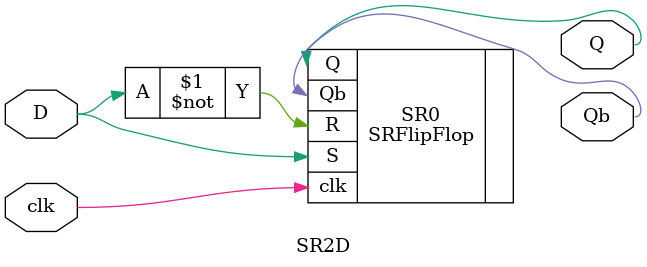
<source format=v>
`timescale 1ns / 1ps


module SR2D(output Q,Qb, input D,clk);

    SRFlipFlop SR0(.Q(Q), .Qb(Qb), .S(D), .R(~D), .clk(clk));
    
endmodule

</source>
